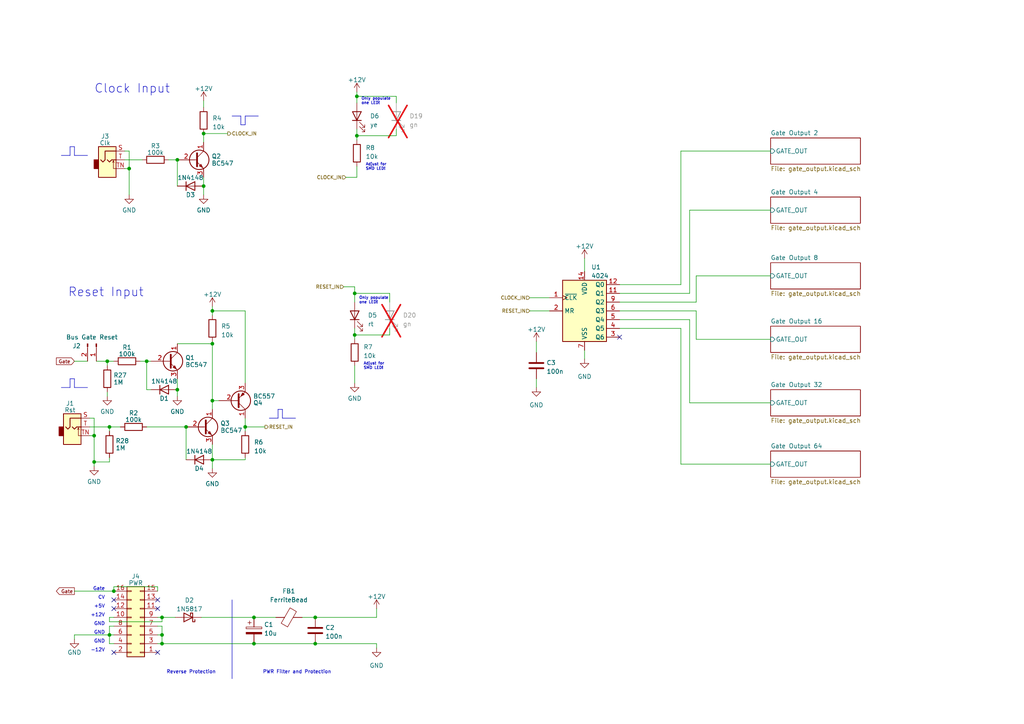
<source format=kicad_sch>
(kicad_sch (version 20230121) (generator eeschema)
  (paper "A4")
  (title_block (title "DIV") (date "2023-04-03") (rev "v1") (company "moPsy"))
  (lib_symbols
    (symbol "4xxx_IEEE:4024"
      (property "Reference" "U" (at 5.08 11.43 0))
      (property "Value" "4024" (at 10.16 -10.16 0))
      (symbol "4024_0_0"
        (rectangle (start -6.35 10.16) (end 6.35 -7.62) (stroke (width 0.254)) (fill (type background)))
        (pin power_in line (at 0 12.7 270) (length 2.54) (name "VDD") (number "14"))
        (pin power_in line (at 0 -10.16 90) (length 2.54) (name "VSS") (number "7"))
      )
      (symbol "4024_1_1"
        (pin input clock (at -10.16 5.08 0) (length 3.81) (name "~{CLK}") (number "1"))
        (pin output line (at 10.16 6.35 180) (length 3.81) (name "Q1") (number "11"))
        (pin output line (at 10.16 8.89 180) (length 3.81) (name "Q0") (number "12"))
        (pin input line (at -10.16 1.27 0) (length 3.81) (name "MR") (number "2"))
        (pin output line (at 10.16 -6.35 180) (length 3.81) (name "Q6") (number "3"))
        (pin output line (at 10.16 -3.81 180) (length 3.81) (name "Q5") (number "4"))
        (pin output line (at 10.16 -1.27 180) (length 3.81) (name "Q4") (number "5"))
        (pin output line (at 10.16 1.27 180) (length 3.81) (name "Q3") (number "6"))
        (pin output line (at 10.16 3.81 180) (length 3.81) (name "Q2") (number "9"))
      )
    )
    (symbol "Connector:AudioJack2_Ground_SwitchT"
      (property "Reference" "J?" (at -0.635 8.89 0))
      (property "Value" "IN1" (at -0.635 6.35 0))
      (symbol "AudioJack2_Ground_SwitchT_0_1"
        (rectangle (start -2.54 0) (end -3.81 -2.54) (stroke (width 0.254)) (fill (type outline)))
        (polyline (pts (xy 1.778 -0.254) (xy 2.032 -0.762)))
        (polyline (pts (xy 0 0) (xy 0.635 -0.635) (xy 1.27 0) (xy 2.54 0)) (stroke (width 0.254)))
        (polyline (pts (xy 2.54 -2.54) (xy 1.778 -2.54) (xy 1.778 -0.254) (xy 1.524 -0.762)))
        (polyline (pts (xy 2.54 2.54) (xy -0.635 2.54) (xy -0.635 0) (xy -1.27 -0.635) (xy -1.905 0)) (stroke (width 0.254)))
        (rectangle (start 2.54 3.81) (end -2.54 -5.08) (stroke (width 0.254)) (fill (type background)))
      )
      (symbol "AudioJack2_Ground_SwitchT_1_1"
        (pin passive line (at 5.08 2.54 180) (length 2.54) (name "~") (number "S"))
        (pin passive line (at 5.08 0 180) (length 2.54) (name "~") (number "T"))
        (pin passive line (at 5.08 -2.54 180) (length 2.54) (name "~") (number "TN"))
      )
    )
    (symbol "Connector:Conn_01x02_Pin" (pin_names (offset 1.016) hide)
      (property "Reference" "J" (at 0 2.54 0))
      (property "Value" "Conn_01x02_Pin" (at 0 -5.08 0))
      (symbol "Conn_01x02_Pin_1_1"
        (polyline (pts (xy 1.27 -2.54) (xy 0.8636 -2.54)) (stroke (width 0.1524)))
        (polyline (pts (xy 1.27 0) (xy 0.8636 0)) (stroke (width 0.1524)))
        (rectangle (start 0.8636 -2.413) (end 0 -2.667) (stroke (width 0.1524)) (fill (type outline)))
        (rectangle (start 0.8636 0.127) (end 0 -0.127) (stroke (width 0.1524)) (fill (type outline)))
        (pin passive line (at 5.08 0 180) (length 3.81) (name "Pin_1") (number "1"))
        (pin passive line (at 5.08 -2.54 180) (length 3.81) (name "Pin_2") (number "2"))
      )
    )
    (symbol "Connector_Generic:Conn_02x08_Odd_Even" (pin_names (offset 1.016) hide)
      (property "Reference" "J" (at 1.27 10.16 0))
      (property "Value" "Conn_02x08_Odd_Even" (at 1.27 -12.7 0))
      (symbol "Conn_02x08_Odd_Even_1_1"
        (rectangle (start -1.27 -10.033) (end 0 -10.287) (stroke (width 0.1524)))
        (rectangle (start -1.27 -7.493) (end 0 -7.747) (stroke (width 0.1524)))
        (rectangle (start -1.27 -4.953) (end 0 -5.207) (stroke (width 0.1524)))
        (rectangle (start -1.27 -2.413) (end 0 -2.667) (stroke (width 0.1524)))
        (rectangle (start -1.27 0.127) (end 0 -0.127) (stroke (width 0.1524)))
        (rectangle (start -1.27 2.667) (end 0 2.413) (stroke (width 0.1524)))
        (rectangle (start -1.27 5.207) (end 0 4.953) (stroke (width 0.1524)))
        (rectangle (start -1.27 7.747) (end 0 7.493) (stroke (width 0.1524)))
        (rectangle (start -1.27 8.89) (end 3.81 -11.43) (stroke (width 0.254)) (fill (type background)))
        (rectangle (start 3.81 -10.033) (end 2.54 -10.287) (stroke (width 0.1524)))
        (rectangle (start 3.81 -7.493) (end 2.54 -7.747) (stroke (width 0.1524)))
        (rectangle (start 3.81 -4.953) (end 2.54 -5.207) (stroke (width 0.1524)))
        (rectangle (start 3.81 -2.413) (end 2.54 -2.667) (stroke (width 0.1524)))
        (rectangle (start 3.81 0.127) (end 2.54 -0.127) (stroke (width 0.1524)))
        (rectangle (start 3.81 2.667) (end 2.54 2.413) (stroke (width 0.1524)))
        (rectangle (start 3.81 5.207) (end 2.54 4.953) (stroke (width 0.1524)))
        (rectangle (start 3.81 7.747) (end 2.54 7.493) (stroke (width 0.1524)))
        (pin passive line (at -5.08 7.62 0) (length 3.81) (name "Pin_1") (number "1"))
        (pin passive line (at 7.62 -2.54 180) (length 3.81) (name "Pin_10") (number "10"))
        (pin passive line (at -5.08 -5.08 0) (length 3.81) (name "Pin_11") (number "11"))
        (pin passive line (at 7.62 -5.08 180) (length 3.81) (name "Pin_12") (number "12"))
        (pin passive line (at -5.08 -7.62 0) (length 3.81) (name "Pin_13") (number "13"))
        (pin passive line (at 7.62 -7.62 180) (length 3.81) (name "Pin_14") (number "14"))
        (pin passive line (at -5.08 -10.16 0) (length 3.81) (name "Pin_15") (number "15"))
        (pin passive line (at 7.62 -10.16 180) (length 3.81) (name "Pin_16") (number "16"))
        (pin passive line (at 7.62 7.62 180) (length 3.81) (name "Pin_2") (number "2"))
        (pin passive line (at -5.08 5.08 0) (length 3.81) (name "Pin_3") (number "3"))
        (pin passive line (at 7.62 5.08 180) (length 3.81) (name "Pin_4") (number "4"))
        (pin passive line (at -5.08 2.54 0) (length 3.81) (name "Pin_5") (number "5"))
        (pin passive line (at 7.62 2.54 180) (length 3.81) (name "Pin_6") (number "6"))
        (pin passive line (at -5.08 0 0) (length 3.81) (name "Pin_7") (number "7"))
        (pin passive line (at 7.62 0 180) (length 3.81) (name "Pin_8") (number "8"))
        (pin passive line (at -5.08 -2.54 0) (length 3.81) (name "Pin_9") (number "9"))
      )
    )
    (symbol "Device:C" (pin_numbers hide) (pin_names (offset 0.254))
      (property "Reference" "C" (at 0.635 2.54 0))
      (property "Value" "C" (at 0.635 -2.54 0))
      (symbol "C_0_1"
        (polyline (pts (xy -2.032 -0.762) (xy 2.032 -0.762)) (stroke (width 0.508)))
        (polyline (pts (xy -2.032 0.762) (xy 2.032 0.762)) (stroke (width 0.508)))
      )
      (symbol "C_1_1"
        (pin passive line (at 0 3.81 270) (length 2.794) (name "~") (number "1"))
        (pin passive line (at 0 -3.81 90) (length 2.794) (name "~") (number "2"))
      )
    )
    (symbol "Device:C_Polarized" (pin_numbers hide) (pin_names (offset 0.254))
      (property "Reference" "C" (at 0.635 2.54 0))
      (property "Value" "C_Polarized" (at 0.635 -2.54 0))
      (symbol "C_Polarized_0_1"
        (rectangle (start -2.286 0.508) (end 2.286 1.016))
        (polyline (pts (xy -1.778 2.286) (xy -0.762 2.286)))
        (polyline (pts (xy -1.27 2.794) (xy -1.27 1.778)))
        (rectangle (start 2.286 -0.508) (end -2.286 -1.016) (fill (type outline)))
      )
      (symbol "C_Polarized_1_1"
        (pin passive line (at 0 3.81 270) (length 2.794) (name "~") (number "1"))
        (pin passive line (at 0 -3.81 90) (length 2.794) (name "~") (number "2"))
      )
    )
    (symbol "Device:D_Schottky" (pin_numbers hide) (pin_names (offset 1.016) hide)
      (property "Reference" "D" (at 0 2.54 0))
      (property "Value" "D_Schottky" (at 0 -2.54 0))
      (symbol "D_Schottky_0_1"
        (polyline (pts (xy 1.27 0) (xy -1.27 0)))
        (polyline (pts (xy 1.27 1.27) (xy 1.27 -1.27) (xy -1.27 0) (xy 1.27 1.27)) (stroke (width 0.254)))
        (polyline (pts (xy -1.905 0.635) (xy -1.905 1.27) (xy -1.27 1.27) (xy -1.27 -1.27) (xy -0.635 -1.27) (xy -0.635 -0.635)) (stroke (width 0.254)))
      )
      (symbol "D_Schottky_1_1"
        (pin passive line (at -3.81 0 0) (length 2.54) (name "K") (number "1"))
        (pin passive line (at 3.81 0 180) (length 2.54) (name "A") (number "2"))
      )
    )
    (symbol "Device:FerriteBead" (pin_numbers hide) (pin_names (offset 0))
      (property "Reference" "FB" (at -3.81 0.635 90))
      (property "Value" "FerriteBead" (at 3.81 0 90))
      (symbol "FerriteBead_0_1"
        (polyline (pts (xy 0 -1.27) (xy 0 -1.2192)))
        (polyline (pts (xy 0 1.27) (xy 0 1.2954)))
        (polyline (pts (xy -2.7686 0.4064) (xy -1.7018 2.2606) (xy 2.7686 -0.3048) (xy 1.6764 -2.159) (xy -2.7686 0.4064)))
      )
      (symbol "FerriteBead_1_1"
        (pin passive line (at 0 3.81 270) (length 2.54) (name "~") (number "1"))
        (pin passive line (at 0 -3.81 90) (length 2.54) (name "~") (number "2"))
      )
    )
    (symbol "Device:LED" (pin_numbers hide) (pin_names (offset 1.016) hide)
      (property "Reference" "D" (at 0 2.54 0))
      (property "Value" "LED" (at 0 -2.54 0))
      (symbol "LED_0_1"
        (polyline (pts (xy -1.27 -1.27) (xy -1.27 1.27)) (stroke (width 0.254)))
        (polyline (pts (xy -1.27 0) (xy 1.27 0)))
        (polyline (pts (xy 1.27 -1.27) (xy 1.27 1.27) (xy -1.27 0) (xy 1.27 -1.27)) (stroke (width 0.254)))
        (polyline (pts (xy -3.048 -0.762) (xy -4.572 -2.286) (xy -3.81 -2.286) (xy -4.572 -2.286) (xy -4.572 -1.524)))
        (polyline (pts (xy -1.778 -0.762) (xy -3.302 -2.286) (xy -2.54 -2.286) (xy -3.302 -2.286) (xy -3.302 -1.524)))
      )
      (symbol "LED_1_1"
        (pin passive line (at -3.81 0 0) (length 2.54) (name "K") (number "1"))
        (pin passive line (at 3.81 0 180) (length 2.54) (name "A") (number "2"))
      )
    )
    (symbol "Device:R" (pin_numbers hide) (pin_names (offset 0))
      (property "Reference" "R" (at 2.032 0 90))
      (property "Value" "R" (at 0 0 90))
      (symbol "R_0_1"
        (rectangle (start -1.016 -2.54) (end 1.016 2.54) (stroke (width 0.254)))
      )
      (symbol "R_1_1"
        (pin passive line (at 0 3.81 270) (length 1.27) (name "~") (number "1"))
        (pin passive line (at 0 -3.81 90) (length 1.27) (name "~") (number "2"))
      )
    )
    (symbol "Diode:1N4148" (pin_numbers hide) (pin_names hide)
      (property "Reference" "D" (at 0 2.54 0))
      (property "Value" "1N4148" (at 0 -2.54 0))
      (symbol "1N4148_0_1"
        (polyline (pts (xy -1.27 1.27) (xy -1.27 -1.27)) (stroke (width 0.254)))
        (polyline (pts (xy 1.27 0) (xy -1.27 0)))
        (polyline (pts (xy 1.27 1.27) (xy 1.27 -1.27) (xy -1.27 0) (xy 1.27 1.27)) (stroke (width 0.254)))
      )
      (symbol "1N4148_1_1"
        (pin passive line (at -3.81 0 0) (length 2.54) (name "K") (number "1"))
        (pin passive line (at 3.81 0 180) (length 2.54) (name "A") (number "2"))
      )
    )
    (symbol "GND_1" (power) (pin_names (offset 0))
      (property "Value" "GND_1" (at 0 -3.81 0))
      (symbol "GND_1_0_1"
        (polyline (pts (xy 0 0) (xy 0 -1.27) (xy 1.27 -1.27) (xy 0 -2.54) (xy -1.27 -1.27) (xy 0 -1.27)))
      )
      (symbol "GND_1_1_1"
        (pin power_in line (at 0 0 270) (length 0) hide (name "GND") (number "1"))
      )
    )
    (symbol "Transistor_BJT:BC547" (pin_names (offset 0) hide)
      (property "Reference" "Q" (at 5.08 1.905 0))
      (property "Value" "BC547" (at 5.08 0 0))
      (symbol "BC547_0_1"
        (polyline (pts (xy 0 0) (xy 0.635 0)))
        (polyline (pts (xy 0.635 0.635) (xy 2.54 2.54)))
        (polyline (pts (xy 0.635 -0.635) (xy 2.54 -2.54) (xy 2.54 -2.54)))
        (polyline (pts (xy 0.635 1.905) (xy 0.635 -1.905) (xy 0.635 -1.905)) (stroke (width 0.508)))
        (polyline (pts (xy 1.27 -1.778) (xy 1.778 -1.27) (xy 2.286 -2.286) (xy 1.27 -1.778) (xy 1.27 -1.778)) (fill (type outline)))
        (circle (center 1.27 0) (radius 2.8194) (stroke (width 0.254)))
      )
      (symbol "BC547_1_1"
        (pin passive line (at 2.54 5.08 270) (length 2.54) (name "C") (number "1"))
        (pin input line (at -5.08 0 0) (length 5.08) (name "B") (number "2"))
        (pin passive line (at 2.54 -5.08 90) (length 2.54) (name "E") (number "3"))
      )
    )
    (symbol "Transistor_BJT:BC557" (pin_names (offset 0) hide)
      (property "Reference" "Q" (at 5.08 1.905 0))
      (property "Value" "BC557" (at 5.08 0 0))
      (symbol "BC557_0_1"
        (polyline (pts (xy 0.635 0.635) (xy 2.54 2.54)))
        (polyline (pts (xy 0.635 -0.635) (xy 2.54 -2.54) (xy 2.54 -2.54)))
        (polyline (pts (xy 0.635 1.905) (xy 0.635 -1.905) (xy 0.635 -1.905)) (stroke (width 0.508)))
        (polyline (pts (xy 2.286 -1.778) (xy 1.778 -2.286) (xy 1.27 -1.27) (xy 2.286 -1.778) (xy 2.286 -1.778)) (fill (type outline)))
        (circle (center 1.27 0) (radius 2.8194) (stroke (width 0.254)))
      )
      (symbol "BC557_1_1"
        (pin passive line (at 2.54 5.08 270) (length 2.54) (name "C") (number "1"))
        (pin input line (at -5.08 0 0) (length 5.715) (name "B") (number "2"))
        (pin passive line (at 2.54 -5.08 90) (length 2.54) (name "E") (number "3"))
      )
    )
    (symbol "power:+12V" (power) (pin_names (offset 0))
      (property "Value" "+12V" (at 0 3.556 0))
      (symbol "+12V_0_1"
        (polyline (pts (xy -0.762 1.27) (xy 0 2.54)))
        (polyline (pts (xy 0 0) (xy 0 2.54)))
        (polyline (pts (xy 0 2.54) (xy 0.762 1.27)))
      )
      (symbol "+12V_1_1"
        (pin power_in line (at 0 0 90) (length 0) hide (name "+12V") (number "1"))
      )
    )
    (symbol "power:GND" (power) (pin_names (offset 0))
      (property "Value" "GND" (at 0 -3.81 0))
      (symbol "GND_0_1"
        (polyline (pts (xy 0 0) (xy 0 -1.27) (xy 1.27 -1.27) (xy 0 -2.54) (xy -1.27 -1.27) (xy 0 -1.27)))
      )
      (symbol "GND_1_1"
        (pin power_in line (at 0 0 270) (length 0) hide (name "GND") (number "1"))
      )
    )
  )
  (junction (at 59.055 53.975))
  (junction (at 71.12 123.825))
  (junction (at 33.02 171.45))
  (junction (at 31.75 123.825))
  (junction (at 61.595 90.17))
  (junction (at 73.66 186.69))
  (junction (at 91.44 179.07))
  (junction (at 103.505 39.37))
  (junction (at 42.545 104.775))
  (junction (at 102.87 85.09))
  (junction (at 27.305 126.365))
  (junction (at 102.87 97.155))
  (junction (at 46.99 186.69))
  (junction (at 46.99 184.15))
  (junction (at 59.055 38.735))
  (junction (at 61.595 116.205))
  (junction (at 61.595 133.35))
  (junction (at 31.115 104.775))
  (junction (at 103.505 27.94))
  (junction (at 73.66 179.07))
  (junction (at 91.44 186.69))
  (junction (at 37.465 48.895))
  (junction (at 31.75 184.15))
  (junction (at 61.595 99.695))
  (junction (at 53.975 123.825))
  (junction (at 46.99 179.07))
  (junction (at 51.435 113.03))
  (junction (at 51.435 46.355))
  (junction (at 27.305 133.985))
  (no_connect (at 45.72 173.99))
  (no_connect (at 33.02 189.23))
  (no_connect (at 45.72 176.53))
  (no_connect (at 33.02 176.53))
  (no_connect (at 33.02 173.99))
  (no_connect (at 45.72 189.23))
  (no_connect (at 179.705 97.79))
  (wire (pts (xy 46.99 186.69) (xy 46.99 184.15)))
  (wire (pts (xy 169.545 101.6) (xy 169.545 104.14)))
  (wire (pts (xy 155.575 109.855) (xy 155.575 112.395)))
  (wire (pts (xy 37.465 43.815) (xy 37.465 48.895)))
  (wire (pts (xy 200.025 85.09) (xy 200.025 60.96)))
  (wire (pts (xy 46.99 186.69) (xy 73.66 186.69)))
  (wire (pts (xy 58.42 179.07) (xy 73.66 179.07)))
  (wire (pts (xy 201.93 90.17) (xy 201.93 98.425)))
  (wire (pts (xy 59.055 29.21) (xy 59.055 31.115)))
  (polyline (pts (xy 71.12 33.655) (xy 74.93 33.655)) (stroke (width 0) (type solid)))
  (wire (pts (xy 102.87 106.045) (xy 102.87 111.125)))
  (polyline (pts (xy 78.105 121.285) (xy 80.645 121.285)) (stroke (width 0) (type solid)))
  (wire (pts (xy 45.72 170.18) (xy 33.02 170.18)))
  (wire (pts (xy 179.705 82.55) (xy 197.485 82.55)))
  (polyline (pts (xy 67.31 33.655) (xy 69.85 33.655)) (stroke (width 0) (type solid)))
  (wire (pts (xy 51.435 46.355) (xy 51.435 53.975)))
  (wire (pts (xy 46.99 179.07) (xy 46.99 180.34)))
  (wire (pts (xy 201.93 80.01) (xy 223.52 80.01)))
  (wire (pts (xy 59.055 38.735) (xy 59.055 41.275)))
  (wire (pts (xy 45.72 171.45) (xy 45.72 170.18)))
  (polyline (pts (xy 80.645 118.745) (xy 81.915 118.745)) (stroke (width 0) (type solid)))
  (wire (pts (xy 153.67 86.36) (xy 159.385 86.36)))
  (wire (pts (xy 61.595 99.695) (xy 61.595 116.205)))
  (wire (pts (xy 179.705 90.17) (xy 201.93 90.17)))
  (wire (pts (xy 87.63 179.07) (xy 91.44 179.07)))
  (polyline (pts (xy 21.59 42.545) (xy 21.59 45.085)) (stroke (width 0) (type solid)))
  (polyline (pts (xy 80.645 121.285) (xy 80.645 118.745)) (stroke (width 0) (type solid)))
  (wire (pts (xy 200.025 60.96) (xy 223.52 60.96)))
  (wire (pts (xy 59.055 38.735) (xy 66.04 38.735)))
  (wire (pts (xy 200.025 116.84) (xy 223.52 116.84)))
  (wire (pts (xy 31.75 123.825) (xy 34.925 123.825)))
  (wire (pts (xy 179.705 95.25) (xy 197.485 95.25)))
  (wire (pts (xy 45.72 186.69) (xy 46.99 186.69)))
  (wire (pts (xy 53.975 123.825) (xy 53.975 133.35)))
  (wire (pts (xy 113.03 85.09) (xy 102.87 85.09)))
  (wire (pts (xy 73.66 179.07) (xy 80.01 179.07)))
  (wire (pts (xy 73.66 186.69) (xy 91.44 186.69)))
  (wire (pts (xy 42.545 113.03) (xy 42.545 104.775)))
  (wire (pts (xy 45.72 184.15) (xy 46.99 184.15)))
  (wire (pts (xy 36.195 46.355) (xy 41.275 46.355)))
  (wire (pts (xy 31.115 113.665) (xy 31.115 114.935)))
  (polyline (pts (xy 81.915 118.745) (xy 81.915 121.285)) (stroke (width 0) (type solid)))
  (wire (pts (xy 31.75 186.69) (xy 33.02 186.69)))
  (wire (pts (xy 21.59 171.45) (xy 33.02 171.45)))
  (wire (pts (xy 114.935 37.465) (xy 114.935 39.37)))
  (wire (pts (xy 40.64 104.775) (xy 42.545 104.775)))
  (wire (pts (xy 103.505 26.67) (xy 103.505 27.94)))
  (wire (pts (xy 33.02 179.07) (xy 31.75 179.07)))
  (polyline (pts (xy 21.59 109.855) (xy 21.59 112.395)) (stroke (width 0) (type solid)))
  (wire (pts (xy 42.545 113.03) (xy 43.815 113.03)))
  (wire (pts (xy 27.305 133.985) (xy 31.75 133.985)))
  (wire (pts (xy 61.595 128.905) (xy 61.595 133.35)))
  (wire (pts (xy 169.545 74.93) (xy 169.545 78.74)))
  (wire (pts (xy 46.99 179.07) (xy 45.72 179.07)))
  (wire (pts (xy 31.75 132.715) (xy 31.75 133.985)))
  (wire (pts (xy 113.03 95.25) (xy 113.03 97.155)))
  (wire (pts (xy 31.75 184.15) (xy 31.75 186.69)))
  (polyline (pts (xy 20.32 109.855) (xy 21.59 109.855)) (stroke (width 0) (type solid)))
  (wire (pts (xy 61.595 133.35) (xy 61.595 135.89)))
  (wire (pts (xy 27.94 104.775) (xy 31.115 104.775)))
  (wire (pts (xy 26.035 121.285) (xy 27.305 121.285)))
  (wire (pts (xy 21.59 185.42) (xy 21.59 184.15)))
  (wire (pts (xy 71.12 123.825) (xy 76.835 123.825)))
  (wire (pts (xy 26.035 126.365) (xy 27.305 126.365)))
  (wire (pts (xy 102.87 83.185) (xy 102.87 85.09)))
  (wire (pts (xy 61.595 99.06) (xy 61.595 99.695)))
  (wire (pts (xy 102.87 95.25) (xy 102.87 97.155)))
  (wire (pts (xy 45.72 181.61) (xy 46.99 181.61)))
  (wire (pts (xy 31.115 106.045) (xy 31.115 104.775)))
  (wire (pts (xy 113.03 97.155) (xy 102.87 97.155)))
  (wire (pts (xy 59.055 53.975) (xy 59.055 56.515)))
  (wire (pts (xy 103.505 39.37) (xy 103.505 40.64)))
  (wire (pts (xy 103.505 27.94) (xy 103.505 29.845)))
  (wire (pts (xy 21.59 104.775) (xy 25.4 104.775)))
  (wire (pts (xy 201.93 87.63) (xy 201.93 80.01)))
  (wire (pts (xy 31.75 179.07) (xy 31.75 180.34)))
  (wire (pts (xy 71.12 90.17) (xy 61.595 90.17)))
  (wire (pts (xy 27.305 121.285) (xy 27.305 126.365)))
  (polyline (pts (xy 21.59 45.085) (xy 25.4 45.085)) (stroke (width 0) (type solid)))
  (wire (pts (xy 200.025 92.71) (xy 200.025 116.84)))
  (polyline (pts (xy 20.32 45.085) (xy 20.32 42.545)) (stroke (width 0) (type solid)))
  (polyline (pts (xy 21.59 112.395) (xy 25.4 112.395)) (stroke (width 0) (type solid)))
  (wire (pts (xy 27.305 133.985) (xy 27.305 135.255)))
  (wire (pts (xy 31.115 104.775) (xy 33.02 104.775)))
  (wire (pts (xy 91.44 186.69) (xy 109.22 186.69)))
  (polyline (pts (xy 69.85 33.655) (xy 69.85 36.195)) (stroke (width 0) (type solid)))
  (wire (pts (xy 99.695 83.185) (xy 102.87 83.185)))
  (wire (pts (xy 26.035 123.825) (xy 31.75 123.825)))
  (wire (pts (xy 155.575 99.06) (xy 155.575 102.235)))
  (wire (pts (xy 31.75 184.15) (xy 33.02 184.15)))
  (wire (pts (xy 113.03 87.63) (xy 113.03 85.09)))
  (wire (pts (xy 197.485 43.815) (xy 223.52 43.815)))
  (polyline (pts (xy 17.78 45.085) (xy 20.32 45.085)) (stroke (width 0) (type solid)))
  (wire (pts (xy 71.12 132.715) (xy 71.12 133.35)))
  (wire (pts (xy 103.505 48.26) (xy 103.505 51.435)))
  (wire (pts (xy 197.485 95.25) (xy 197.485 134.62)))
  (wire (pts (xy 61.595 88.9) (xy 61.595 90.17)))
  (wire (pts (xy 114.935 27.94) (xy 103.505 27.94)))
  (wire (pts (xy 36.195 48.895) (xy 37.465 48.895)))
  (wire (pts (xy 100.33 51.435) (xy 103.505 51.435)))
  (wire (pts (xy 114.935 39.37) (xy 103.505 39.37)))
  (wire (pts (xy 61.595 133.35) (xy 71.12 133.35)))
  (wire (pts (xy 59.055 51.435) (xy 59.055 53.975)))
  (wire (pts (xy 179.705 87.63) (xy 201.93 87.63)))
  (wire (pts (xy 114.935 29.845) (xy 114.935 27.94)))
  (wire (pts (xy 42.545 104.775) (xy 43.815 104.775)))
  (polyline (pts (xy 71.12 36.195) (xy 71.12 33.655)) (stroke (width 0) (type solid)))
  (wire (pts (xy 42.545 123.825) (xy 53.975 123.825)))
  (wire (pts (xy 36.195 43.815) (xy 37.465 43.815)))
  (wire (pts (xy 31.75 180.34) (xy 46.99 180.34)))
  (wire (pts (xy 103.505 37.465) (xy 103.505 39.37)))
  (wire (pts (xy 33.02 170.18) (xy 33.02 171.45)))
  (polyline (pts (xy 17.78 112.395) (xy 20.32 112.395)) (stroke (width 0) (type solid)))
  (wire (pts (xy 201.93 98.425) (xy 223.52 98.425)))
  (polyline (pts (xy 20.32 42.545) (xy 21.59 42.545)) (stroke (width 0) (type solid)))
  (wire (pts (xy 71.12 125.095) (xy 71.12 123.825)))
  (wire (pts (xy 46.99 179.07) (xy 50.8 179.07)))
  (wire (pts (xy 179.705 85.09) (xy 200.025 85.09)))
  (polyline (pts (xy 81.915 121.285) (xy 85.725 121.285)) (stroke (width 0) (type solid)))
  (wire (pts (xy 61.595 116.205) (xy 61.595 118.745)))
  (wire (pts (xy 51.435 109.855) (xy 51.435 113.03)))
  (wire (pts (xy 197.485 82.55) (xy 197.485 43.815)))
  (wire (pts (xy 71.12 121.285) (xy 71.12 123.825)))
  (wire (pts (xy 109.22 187.96) (xy 109.22 186.69)))
  (wire (pts (xy 51.435 113.03) (xy 51.435 114.935)))
  (wire (pts (xy 102.87 97.155) (xy 102.87 98.425)))
  (wire (pts (xy 71.12 111.125) (xy 71.12 90.17)))
  (wire (pts (xy 48.895 46.355) (xy 51.435 46.355)))
  (wire (pts (xy 153.67 90.17) (xy 159.385 90.17)))
  (polyline (pts (xy 20.32 112.395) (xy 20.32 109.855)) (stroke (width 0) (type solid)))
  (wire (pts (xy 109.22 176.53) (xy 109.22 179.07)))
  (wire (pts (xy 61.595 90.17) (xy 61.595 91.44)))
  (wire (pts (xy 33.02 181.61) (xy 31.75 181.61)))
  (wire (pts (xy 37.465 48.895) (xy 37.465 56.515)))
  (wire (pts (xy 61.595 116.205) (xy 63.5 116.205)))
  (wire (pts (xy 51.435 99.695) (xy 61.595 99.695)))
  (wire (pts (xy 91.44 179.07) (xy 109.22 179.07)))
  (wire (pts (xy 102.87 85.09) (xy 102.87 87.63)))
  (wire (pts (xy 31.75 125.095) (xy 31.75 123.825)))
  (polyline (pts (xy 67.31 173.99) (xy 67.31 196.85)))
  (wire (pts (xy 179.705 92.71) (xy 200.025 92.71)))
  (wire (pts (xy 27.305 126.365) (xy 27.305 133.985)))
  (wire (pts (xy 46.99 181.61) (xy 46.99 184.15)))
  (polyline (pts (xy 69.85 36.195) (xy 71.12 36.195)) (stroke (width 0) (type solid)))
  (wire (pts (xy 31.75 181.61) (xy 31.75 184.15)))
  (wire (pts (xy 21.59 184.15) (xy 31.75 184.15)))
  (wire (pts (xy 197.485 134.62) (xy 223.52 134.62)))
  (text "Adjust for\nSMD LED!" (at 105.41 107.315 0) (effects (font (size 0.8 0.8)) (justify left bottom)))
  (text "Gate" (at 30.48 171.45 0) (effects (font (size 1 1)) (justify right bottom)))
  (text "+12V" (at 30.48 179.07 0) (effects (font (size 1 1)) (justify right bottom)))
  (text "Only populate\none LED!" (at 104.14 88.265 0) (effects (font (size 0.8 0.8)) (justify left bottom)))
  (text "PWR Filter and Protection\n" (at 76.2 195.58 0) (effects (font (size 1 1)) (justify left bottom)))
  (text "Only populate\none LED!" (at 104.775 30.48 0) (effects (font (size 0.8 0.8)) (justify left bottom)))
  (text "Reverse Protection" (at 48.26 195.58 0) (effects (font (size 1 1)) (justify left bottom)))
  (text "GND" (at 30.48 186.69 0) (effects (font (size 1 1)) (justify right bottom)))
  (text "Adjust for\nSMD LED!" (at 106.045 49.53 0) (effects (font (size 0.8 0.8)) (justify left bottom)))
  (text "+5V" (at 30.48 176.53 0) (effects (font (size 1 1)) (justify right bottom)))
  (text "GND" (at 30.48 181.61 0) (effects (font (size 1 1)) (justify right bottom)))
  (text "Clock Input" (at 27.305 27.305 0) (effects (font (size 2.54 2.54)) (justify left bottom)))
  (text "CV" (at 30.48 173.99 0) (effects (font (size 1 1)) (justify right bottom)))
  (text "-12V" (at 30.48 189.23 0) (effects (font (size 1 1)) (justify right bottom)))
  (text "Reset Input" (at 19.685 86.36 0) (effects (font (size 2.54 2.54)) (justify left bottom)))
  (text "GND" (at 30.48 184.15 0) (effects (font (size 1 1)) (justify right bottom)))
  (global_label "Gate" (shape input) (at 21.59 104.775 180) (effects (font (size 1 1))) (property "Intersheetrefs" "${INTERSHEET_REFS}" (effects hide)) (property "Referenzen zwischen Schaltplänen" "${INTERSHEET_REFS}" (effects hide)))
  (global_label "Gate" (shape output) (at 21.59 171.45 180) (effects (font (size 1 1))) (property "Intersheetrefs" "${INTERSHEET_REFS}" (effects hide)) (property "Referenzen zwischen Schaltplänen" "${INTERSHEET_REFS}" (effects hide)))
  (hierarchical_label "RESET_IN" (shape input) (at 99.695 83.185 180) (effects (font (size 1 1))))
  (hierarchical_label "CLOCK_IN" (shape input) (at 153.67 86.36 180) (effects (font (size 1 1))))
  (hierarchical_label "CLOCK_IN" (shape input) (at 100.33 51.435 180) (effects (font (size 1 1))))
  (hierarchical_label "RESET_IN" (shape output) (at 76.835 123.825 0) (effects (font (size 1 1))))
  (hierarchical_label "RESET_IN" (shape input) (at 153.67 90.17 180) (effects (font (size 1 1))))
  (hierarchical_label "CLOCK_IN" (shape output) (at 66.04 38.735 0) (effects (font (size 1 1))))
  (symbol (lib_id "Device:R") (at 31.75 128.905 180) (unit 1)
    (property "Reference" "R28" (at 33.528 127.881 0) (effects (justify right)))
    (property "Value" "1M" (at 33.528 129.929 0) (effects (justify right)))
    (property "Footprint" "Resistor_THT:R_Axial_DIN0207_L6.3mm_D2.5mm_P7.62mm_Horizontal" (effects hide))
  )
  (symbol (lib_name "GND_1") (lib_id "power:GND") (at 155.575 112.395 0) (unit 1)
    (property "Reference" "#PWR014" (effects hide))
    (property "Value" "GND" (at 155.575 117.475 0))
  )
  (symbol (lib_id "Device:C") (at 155.575 106.045 0) (unit 1)
    (property "Reference" "C3" (at 158.496 105.2103 0) (effects (justify left)))
    (property "Value" "100n" (at 158.496 107.7472 0) (effects (justify left)))
    (property "Footprint" "Capacitor_THT:C_Disc_D4.3mm_W1.9mm_P5.00mm" (effects hide))
  )
  (symbol (lib_id "power:GND") (at 102.87 111.125 0) (unit 1)
    (property "Reference" "#PWR09" (effects hide))
    (property "Value" "GND" (at 102.87 115.5684 0))
  )
  (symbol (lib_id "Device:D_Schottky") (at 54.61 179.07 180) (unit 1)
    (property "Reference" "D2" (at 54.9275 174.1002 0))
    (property "Value" "1N5817" (at 54.9275 176.6371 0))
    (property "Footprint" "Diode_THT:D_DO-41_SOD81_P7.62mm_Horizontal" (effects hide))
  )
  (symbol (lib_id "Device:LED") (at 103.505 33.655 90) (unit 1)
    (property "Reference" "D6" (at 107.315 33.655 90) (effects (justify right)))
    (property "Value" "ye" (at 107.315 36.195 90) (effects (justify right)))
    (property "Footprint" "LED_THT:LED_D3.0mm" (effects hide))
  )
  (symbol (lib_id "Device:R") (at 103.505 44.45 180) (unit 1)
    (property "Reference" "R8" (at 106.045 42.8625 0) (effects (justify right)))
    (property "Value" "10k" (at 106.045 45.4025 0) (effects (justify right)))
    (property "Footprint" "Resistor_THT:R_Axial_DIN0207_L6.3mm_D2.5mm_P7.62mm_Horizontal" (effects hide))
  )
  (symbol (lib_id "Device:R") (at 59.055 34.925 180) (unit 1)
    (property "Reference" "R4" (at 61.595 34.29 0) (effects (justify right)))
    (property "Value" "10k" (at 61.595 36.83 0) (effects (justify right)))
    (property "Footprint" "Resistor_THT:R_Axial_DIN0207_L6.3mm_D2.5mm_P7.62mm_Horizontal" (effects hide))
  )
  (symbol (lib_id "Device:R") (at 61.595 95.25 180) (unit 1)
    (property "Reference" "R5" (at 64.135 94.615 0) (effects (justify right)))
    (property "Value" "10k" (at 64.135 97.155 0) (effects (justify right)))
    (property "Footprint" "Resistor_THT:R_Axial_DIN0207_L6.3mm_D2.5mm_P7.62mm_Horizontal" (effects hide))
  )
  (symbol (lib_id "Transistor_BJT:BC547") (at 56.515 46.355 0) (unit 1)
    (property "Reference" "Q2" (at 61.3664 45.331 0) (effects (justify left)))
    (property "Value" "BC547" (at 61.3664 47.379 0) (effects (justify left)))
    (property "Footprint" "Package_TO_SOT_THT:TO-92_HandSolder" (effects hide))
    (property "Datasheet" "https://www.onsemi.com/pub/Collateral/BC550-D.pdf" (effects hide))
  )
  (symbol (lib_id "power:+12V") (at 109.22 176.53 0) (unit 1)
    (property "Reference" "#PWR011" (effects hide))
    (property "Value" "+12V" (at 109.22 173.0281 0))
  )
  (symbol (lib_id "power:GND") (at 61.595 135.89 0) (unit 1)
    (property "Reference" "#PWR08" (effects hide))
    (property "Value" "GND" (at 61.595 140.3334 0))
  )
  (symbol (lib_id "Transistor_BJT:BC557") (at 68.58 116.205 0) (mirror x) (unit 1)
    (property "Reference" "Q4" (at 73.4314 116.8487 0) (effects (justify left)))
    (property "Value" "BC557" (at 73.4314 114.9277 0) (effects (justify left)))
    (property "Footprint" "Package_TO_SOT_THT:TO-92_HandSolder" (effects hide))
    (property "Datasheet" "https://www.onsemi.com/pub/Collateral/BC556BTA-D.pdf" (effects hide))
  )
  (symbol (lib_id "power:GND") (at 31.115 114.935 0) (unit 1)
    (property "Reference" "#PWR041" (effects hide))
    (property "Value" "GND" (at 31.115 119.3784 0))
  )
  (symbol (lib_id "power:+12V") (at 61.595 88.9 0) (unit 1)
    (property "Reference" "#PWR07" (effects hide))
    (property "Value" "+12V" (at 61.595 85.3981 0))
  )
  (symbol (lib_id "Device:FerriteBead") (at 83.82 179.07 90) (unit 1)
    (property "Reference" "FB1" (at 83.7692 171.45 90))
    (property "Value" "FerriteBead" (at 83.7692 173.99 90))
    (property "Footprint" "moPsy:FBeadL4D4" (effects hide))
  )
  (symbol (lib_id "Connector_Generic:Conn_02x08_Odd_Even") (at 40.64 181.61 180) (unit 1)
    (property "Reference" "J4" (at 39.37 167.1701 0))
    (property "Value" "PWR" (at 39.37 169.0911 0))
    (property "Footprint" "Connector_PinHeader_2.54mm:PinHeader_2x08_P2.54mm_Vertical" (effects hide))
  )
  (symbol (lib_id "power:GND") (at 51.435 114.935 0) (unit 1)
    (property "Reference" "#PWR04" (effects hide))
    (property "Value" "GND" (at 51.435 119.3784 0))
  )
  (symbol (lib_id "Device:C") (at 91.44 182.88 0) (unit 1)
    (property "Reference" "C2" (at 94.361 182.0453 0) (effects (justify left)))
    (property "Value" "100n" (at 94.361 184.5822 0) (effects (justify left)))
    (property "Footprint" "Capacitor_THT:C_Disc_D4.3mm_W1.9mm_P5.00mm" (effects hide))
  )
  (symbol (lib_id "power:+12V") (at 59.055 29.21 0) (unit 1)
    (property "Reference" "#PWR05" (effects hide))
    (property "Value" "+12V" (at 59.055 25.7081 0))
  )
  (symbol (lib_id "power:GND") (at 27.305 135.255 0) (unit 1)
    (property "Reference" "#PWR02" (effects hide))
    (property "Value" "GND" (at 27.305 139.6984 0))
  )
  (symbol (lib_id "Device:R") (at 102.87 102.235 180) (unit 1)
    (property "Reference" "R7" (at 105.41 100.6475 0) (effects (justify right)))
    (property "Value" "10k" (at 105.41 103.1875 0) (effects (justify right)))
    (property "Footprint" "Resistor_THT:R_Axial_DIN0207_L6.3mm_D2.5mm_P7.62mm_Horizontal" (effects hide))
  )
  (symbol (lib_id "Device:C_Polarized") (at 73.66 182.88 0) (unit 1)
    (property "Reference" "C1" (at 76.581 181.1563 0) (effects (justify left)))
    (property "Value" "10u" (at 76.581 183.6932 0) (effects (justify left)))
    (property "Footprint" "Capacitor_THT:CP_Radial_D4.0mm_P1.50mm" (effects hide))
  )
  (symbol (lib_id "Diode:1N4148") (at 47.625 113.03 0) (unit 1)
    (property "Reference" "D1" (at 47.625 115.57 0))
    (property "Value" "1N4148" (at 47.625 110.5971 0))
    (property "Footprint" "Diode_THT:D_DO-35_SOD27_P7.62mm_Horizontal" (effects hide))
    (property "Datasheet" "https://assets.nexperia.com/documents/data-sheet/1N4148_1N4448.pdf" (effects hide))
  )
  (symbol (lib_name "GND_1") (lib_id "power:GND") (at 169.545 104.14 0) (unit 1)
    (property "Reference" "#PWR016" (effects hide))
    (property "Value" "GND" (at 169.545 109.22 0))
  )
  (symbol (lib_id "Transistor_BJT:BC547") (at 59.055 123.825 0) (unit 1)
    (property "Reference" "Q3" (at 63.9064 122.801 0) (effects (justify left)))
    (property "Value" "BC547" (at 63.9064 124.849 0) (effects (justify left)))
    (property "Footprint" "Package_TO_SOT_THT:TO-92_HandSolder" (effects hide))
    (property "Datasheet" "https://www.onsemi.com/pub/Collateral/BC550-D.pdf" (effects hide))
  )
  (symbol (lib_id "power:+12V") (at 169.545 74.93 0) (unit 1)
    (property "Reference" "#PWR015" (effects hide))
    (property "Value" "+12V" (at 169.545 71.4281 0))
  )
  (symbol (lib_id "4xxx_IEEE:4024") (at 169.545 91.44 0) (unit 1)
    (property "Reference" "U1" (at 171.5009 77.47 0) (effects (justify left)))
    (property "Value" "4024" (at 171.5009 80.01 0) (effects (justify left)))
    (property "Footprint" "Package_DIP:DIP-14_W7.62mm_Socket_LongPads" (effects hide))
  )
  (symbol (lib_id "power:GND") (at 21.59 185.42 0) (unit 1)
    (property "Reference" "#PWR01" (effects hide))
    (property "Value" "GND" (at 21.59 189.23 0))
  )
  (symbol (lib_id "Transistor_BJT:BC547") (at 48.895 104.775 0) (unit 1)
    (property "Reference" "Q1" (at 53.7464 103.751 0) (effects (justify left)))
    (property "Value" "BC547" (at 53.7464 105.799 0) (effects (justify left)))
    (property "Footprint" "Package_TO_SOT_THT:TO-92_HandSolder" (effects hide))
    (property "Datasheet" "https://www.onsemi.com/pub/Collateral/BC550-D.pdf" (effects hide))
  )
  (symbol (lib_id "Device:R") (at 31.115 109.855 180) (unit 1)
    (property "Reference" "R27" (at 32.893 108.831 0) (effects (justify right)))
    (property "Value" "1M" (at 32.893 110.879 0) (effects (justify right)))
    (property "Footprint" "Resistor_THT:R_Axial_DIN0207_L6.3mm_D2.5mm_P7.62mm_Horizontal" (effects hide))
  )
  (symbol (lib_id "Device:LED") (at 113.03 91.44 90) (unit 1) (in_bom no) (dnp yes)
    (property "Reference" "D20" (at 116.84 91.44 90) (effects (justify right)))
    (property "Value" "gn" (at 116.84 93.98 90) (effects (justify right)))
    (property "Footprint" "LED_SMD:LED_0805_2012Metric_Pad1.15x1.40mm_HandSolder" (effects hide))
    (property "Sim.Enable" "0" (effects hide))
    (property "REICHELT" "EVL 17-21SYGC" (effects hide))
  )
  (symbol (lib_id "Device:R") (at 36.83 104.775 90) (unit 1)
    (property "Reference" "R1" (at 36.83 100.7491 90))
    (property "Value" "100k" (at 36.83 102.6701 90))
    (property "Footprint" "Resistor_THT:R_Axial_DIN0207_L6.3mm_D2.5mm_P7.62mm_Horizontal" (effects hide))
  )
  (symbol (lib_id "Device:LED") (at 114.935 33.655 90) (unit 1) (in_bom no) (dnp yes)
    (property "Reference" "D19" (at 118.745 33.655 90) (effects (justify right)))
    (property "Value" "gn" (at 118.745 36.195 90) (effects (justify right)))
    (property "Footprint" "LED_SMD:LED_0805_2012Metric_Pad1.15x1.40mm_HandSolder" (effects hide))
    (property "Sim.Enable" "0" (effects hide))
    (property "REICHELT" "EVL 17-21SYGC" (effects hide))
  )
  (symbol (lib_id "Diode:1N4148") (at 57.785 133.35 0) (unit 1)
    (property "Reference" "D4" (at 57.785 135.89 0))
    (property "Value" "1N4148" (at 57.785 130.9171 0))
    (property "Footprint" "Diode_THT:D_DO-35_SOD27_P7.62mm_Horizontal" (effects hide))
    (property "Datasheet" "https://assets.nexperia.com/documents/data-sheet/1N4148_1N4448.pdf" (effects hide))
  )
  (symbol (lib_id "power:GND") (at 37.465 56.515 0) (unit 1)
    (property "Reference" "#PWR03" (effects hide))
    (property "Value" "GND" (at 37.465 60.9584 0))
  )
  (symbol (lib_name "GND_1") (lib_id "power:GND") (at 109.22 187.96 0) (unit 1)
    (property "Reference" "#PWR012" (effects hide))
    (property "Value" "GND" (at 109.22 193.04 0))
  )
  (symbol (lib_id "Device:LED") (at 102.87 91.44 90) (unit 1)
    (property "Reference" "D5" (at 106.68 91.44 90) (effects (justify right)))
    (property "Value" "rt" (at 106.68 93.98 90) (effects (justify right)))
    (property "Footprint" "LED_THT:LED_D3.0mm" (effects hide))
  )
  (symbol (lib_id "Device:R") (at 38.735 123.825 90) (unit 1)
    (property "Reference" "R2" (at 38.735 119.7991 90))
    (property "Value" "100k" (at 38.735 121.7201 90))
    (property "Footprint" "Resistor_THT:R_Axial_DIN0207_L6.3mm_D2.5mm_P7.62mm_Horizontal" (effects hide))
  )
  (symbol (lib_id "Connector:AudioJack2_Ground_SwitchT") (at 31.115 46.355 0) (unit 1)
    (property "Reference" "J3" (at 30.48 39.5351 0))
    (property "Value" "Clk" (at 30.48 41.4561 0))
    (property "Footprint" "moPsy:CLIFF 3.5mm S6 Mono Jack Socket" (effects hide))
  )
  (symbol (lib_id "Connector:AudioJack2_Ground_SwitchT") (at 20.955 123.825 0) (unit 1)
    (property "Reference" "J1" (at 20.32 117.0051 0))
    (property "Value" "Rst" (at 20.32 118.9261 0))
    (property "Footprint" "moPsy:CLIFF 3.5mm S6 Mono Jack Socket" (effects hide))
  )
  (symbol (lib_id "Diode:1N4148") (at 55.245 53.975 0) (unit 1)
    (property "Reference" "D3" (at 55.245 56.515 0))
    (property "Value" "1N4148" (at 55.245 51.5421 0))
    (property "Footprint" "Diode_THT:D_DO-35_SOD27_P7.62mm_Horizontal" (effects hide))
    (property "Datasheet" "https://assets.nexperia.com/documents/data-sheet/1N4148_1N4448.pdf" (effects hide))
  )
  (symbol (lib_id "Device:R") (at 71.12 128.905 180) (unit 1)
    (property "Reference" "R6" (at 73.66 128.27 0) (effects (justify right)))
    (property "Value" "10k" (at 73.66 130.81 0) (effects (justify right)))
    (property "Footprint" "Resistor_THT:R_Axial_DIN0207_L6.3mm_D2.5mm_P7.62mm_Horizontal" (effects hide))
  )
  (symbol (lib_id "power:GND") (at 59.055 56.515 0) (unit 1)
    (property "Reference" "#PWR06" (effects hide))
    (property "Value" "GND" (at 59.055 60.9584 0))
  )
  (symbol (lib_id "power:+12V") (at 155.575 99.06 0) (unit 1)
    (property "Reference" "#PWR013" (effects hide))
    (property "Value" "+12V" (at 155.575 95.5581 0))
  )
  (symbol (lib_id "Connector:Conn_01x02_Pin") (at 27.94 99.695 270) (unit 1)
    (property "Reference" "J2" (at 22.225 100.33 90))
    (property "Value" "Bus Gate Reset" (at 26.67 97.79 90))
    (property "Footprint" "Connector_PinHeader_2.54mm:PinHeader_1x02_P2.54mm_Vertical" (effects hide))
  )
  (symbol (lib_id "power:+12V") (at 103.505 26.67 0) (unit 1)
    (property "Reference" "#PWR010" (effects hide))
    (property "Value" "+12V" (at 103.505 23.1681 0))
  )
  (symbol (lib_id "Device:R") (at 45.085 46.355 90) (unit 1)
    (property "Reference" "R3" (at 45.085 42.3291 90))
    (property "Value" "100k" (at 45.085 44.2501 90))
    (property "Footprint" "Resistor_THT:R_Axial_DIN0207_L6.3mm_D2.5mm_P7.62mm_Horizontal" (effects hide))
  )
  (sheet (at 223.52 113.03) (size 26.035 7.62) (stroke (width 0.1524))
    (property "Sheetname" "Gate Output 32" (at 223.52 112.3184 0) (effects (justify left bottom)))
    (property "Sheetfile" "gate_output.kicad_sch" (at 223.52 121.2346 0) (effects (justify left top)))
    (pin "GATE_OUT" input (at 223.52 116.84 180))
  )
  (sheet (at 223.52 57.15) (size 26.035 7.62) (stroke (width 0.1524))
    (property "Sheetname" "Gate Output 4" (at 223.52 56.4384 0) (effects (justify left bottom)))
    (property "Sheetfile" "gate_output.kicad_sch" (at 223.52 65.3546 0) (effects (justify left top)))
    (pin "GATE_OUT" input (at 223.52 60.96 180))
  )
  (sheet (at 223.52 130.81) (size 26.035 7.62) (stroke (width 0.1524))
    (property "Sheetname" "Gate Output 64" (at 223.52 130.0984 0) (effects (justify left bottom)))
    (property "Sheetfile" "gate_output.kicad_sch" (at 223.52 139.0146 0) (effects (justify left top)))
    (pin "GATE_OUT" input (at 223.52 134.62 180))
  )
  (sheet (at 223.52 76.2) (size 26.035 7.62) (stroke (width 0.1524))
    (property "Sheetname" "Gate Output 8" (at 223.52 75.4884 0) (effects (justify left bottom)))
    (property "Sheetfile" "gate_output.kicad_sch" (at 223.52 84.4046 0) (effects (justify left top)))
    (pin "GATE_OUT" input (at 223.52 80.01 180))
  )
  (sheet (at 223.52 40.005) (size 26.035 7.62) (stroke (width 0.1524))
    (property "Sheetname" "Gate Output 2" (at 223.52 39.2934 0) (effects (justify left bottom)))
    (property "Sheetfile" "gate_output.kicad_sch" (at 223.52 48.2096 0) (effects (justify left top)))
    (pin "GATE_OUT" input (at 223.52 43.815 180))
  )
  (sheet (at 223.52 94.615) (size 26.035 7.62) (stroke (width 0.1524))
    (property "Sheetname" "Gate Output 16" (at 223.52 93.9034 0) (effects (justify left bottom)))
    (property "Sheetfile" "gate_output.kicad_sch" (at 223.52 102.8196 0) (effects (justify left top)))
    (pin "GATE_OUT" input (at 223.52 98.425 180))
  )
)
</source>
